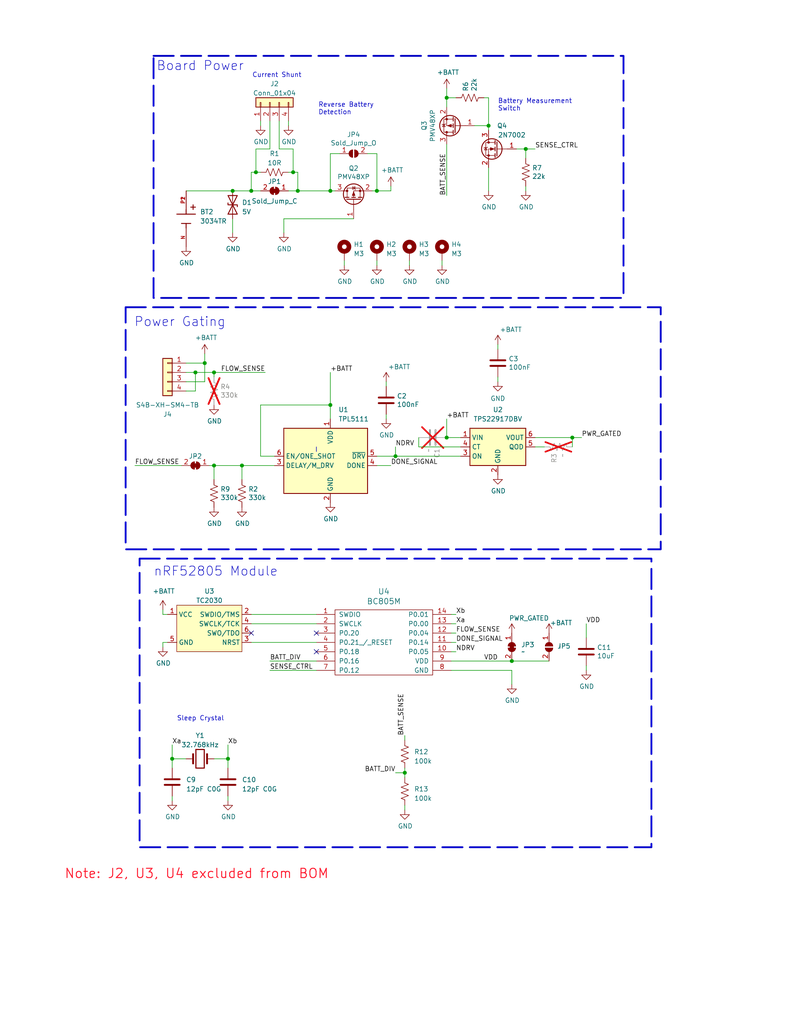
<source format=kicad_sch>
(kicad_sch (version 20231120) (generator "eeschema") (generator_version "8.0")
  (paper "USLetter" portrait)
  (title_block (title "FM-001A FloMon Sensor Module") (rev "A"))
  (lib_symbols
    (symbol "3034TR:3034TR" (pin_names (offset 1.016))
      (property "Reference" "BT" (at -3.81 3.81 0))
      (property "Value" "3034TR" (at -3.81 -5.08 0))
      (symbol "3034TR_0_0"
        (polyline (pts (xy -3.81 1.905) (xy -2.54 1.905)) (stroke (width 0.254)))
        (polyline (pts (xy -3.175 2.54) (xy -3.175 1.27)) (stroke (width 0.254)))
        (polyline (pts (xy -1.27 0) (xy -2.54 0)) (stroke (width 0.254)))
        (polyline (pts (xy -1.27 0) (xy -1.27 -2.54)) (stroke (width 0.254)))
        (polyline (pts (xy -1.27 2.54) (xy -1.27 0)) (stroke (width 0.254)))
        (polyline (pts (xy 1.27 0) (xy 1.27 -1.27)) (stroke (width 0.254)))
        (polyline (pts (xy 1.27 0) (xy 2.54 0)) (stroke (width 0.254)))
        (polyline (pts (xy 1.27 1.27) (xy 1.27 0)) (stroke (width 0.254)))
        (pin passive line (at 7.62 0 180) (length 5.08) (name "~") (number "N"))
        (pin passive line (at -7.62 0 0) (length 5.08) (name "~") (number "P1"))
        (pin passive line (at -7.62 0 0) (length 5.08) (name "~") (number "P2"))
      )
    )
    (symbol "BLE_Scale_V1-rescue:BC805M-Fanstel-modules" (pin_names (offset 1.016))
      (property "Reference" "U" (at -11.43 10.16 0))
      (property "Value" "Fanstel-modules_BC805M" (at 10.16 -10.16 0))
      (symbol "BC805M-Fanstel-modules_0_0"
        (pin bidirectional line (at -17.78 7.62 0) (length 5.08) (name "SWDIO") (number "1"))
        (pin bidirectional line (at -17.78 5.08 0) (length 5.08) (name "SWCLK") (number "2"))
      )
      (symbol "BC805M-Fanstel-modules_0_1"
        (rectangle (start -12.7 8.89) (end 13.97 -8.89))
      )
      (symbol "BC805M-Fanstel-modules_1_1"
        (pin bidirectional line (at 19.05 -2.54 180) (length 5.08) (name "P0.05") (number "10"))
        (pin bidirectional line (at 19.05 0 180) (length 5.08) (name "P0.14") (number "11"))
        (pin bidirectional line (at 19.05 2.54 180) (length 5.08) (name "P0.04") (number "12"))
        (pin bidirectional line (at 19.05 5.08 180) (length 5.08) (name "P0.00") (number "13"))
        (pin bidirectional line (at 19.05 7.62 180) (length 5.08) (name "P0.01") (number "14"))
        (pin bidirectional line (at -17.78 2.54 0) (length 5.08) (name "P0.20") (number "3"))
        (pin bidirectional line (at -17.78 0 0) (length 5.08) (name "P0.21_/_RESET") (number "4"))
        (pin bidirectional line (at -17.78 -2.54 0) (length 5.08) (name "P0.18") (number "5"))
        (pin bidirectional line (at -17.78 -5.08 0) (length 5.08) (name "P0.16") (number "6"))
        (pin bidirectional line (at -17.78 -7.62 0) (length 5.08) (name "P0.12") (number "7"))
        (pin bidirectional line (at 19.05 -7.62 180) (length 5.08) (name "GND") (number "8"))
        (pin bidirectional line (at 19.05 -5.08 180) (length 5.08) (name "VDD") (number "9"))
      )
    )
    (symbol "BLE_Scale_V1_Library:TC2030"
      (property "Reference" "U" (at -7.62 7.62 0))
      (property "Value" "TC2030" (at 0 -7.62 0))
      (symbol "TC2030_0_1"
        (rectangle (start -8.89 6.35) (end 8.89 -6.35) (fill (type background)))
      )
      (symbol "TC2030_1_1"
        (pin output line (at 11.43 3.81 180) (length 2.54) (name "VCC") (number "1"))
        (pin output line (at -11.43 3.81 0) (length 2.54) (name "SWDIO/TMS") (number "2"))
        (pin output line (at -11.43 -3.81 0) (length 2.54) (name "NRST") (number "3"))
        (pin output line (at -11.43 1.27 0) (length 2.54) (name "SWCLK/TCK") (number "4"))
        (pin output line (at 11.43 -3.81 180) (length 2.54) (name "GND") (number "5"))
        (pin output line (at -11.43 -1.27 0) (length 2.54) (name "SWO/TDO") (number "6"))
      )
    )
    (symbol "Connector_Generic:Conn_01x04" (pin_names (offset 1.016) hide)
      (property "Reference" "J" (at 0 5.08 0))
      (property "Value" "Conn_01x04" (at 0 -7.62 0))
      (symbol "Conn_01x04_1_1"
        (rectangle (start -1.27 -4.953) (end 0 -5.207) (stroke (width 0.1524)))
        (rectangle (start -1.27 -2.413) (end 0 -2.667) (stroke (width 0.1524)))
        (rectangle (start -1.27 0.127) (end 0 -0.127) (stroke (width 0.1524)))
        (rectangle (start -1.27 2.667) (end 0 2.413) (stroke (width 0.1524)))
        (rectangle (start -1.27 3.81) (end 1.27 -6.35) (stroke (width 0.254)) (fill (type background)))
        (pin passive line (at -5.08 2.54 0) (length 3.81) (name "Pin_1") (number "1"))
        (pin passive line (at -5.08 0 0) (length 3.81) (name "Pin_2") (number "2"))
        (pin passive line (at -5.08 -2.54 0) (length 3.81) (name "Pin_3") (number "3"))
        (pin passive line (at -5.08 -5.08 0) (length 3.81) (name "Pin_4") (number "4"))
      )
    )
    (symbol "Device:C" (pin_numbers hide) (pin_names (offset 0.254))
      (property "Reference" "C" (at 0.635 2.54 0))
      (property "Value" "C" (at 0.635 -2.54 0))
      (symbol "C_0_1"
        (polyline (pts (xy -2.032 -0.762) (xy 2.032 -0.762)) (stroke (width 0.508)))
        (polyline (pts (xy -2.032 0.762) (xy 2.032 0.762)) (stroke (width 0.508)))
      )
      (symbol "C_1_1"
        (pin passive line (at 0 3.81 270) (length 2.794) (name "~") (number "1"))
        (pin passive line (at 0 -3.81 90) (length 2.794) (name "~") (number "2"))
      )
    )
    (symbol "Device:Crystal" (pin_numbers hide) (pin_names (offset 1.016) hide)
      (property "Reference" "Y" (at 0 3.81 0))
      (property "Value" "Crystal" (at 0 -3.81 0))
      (symbol "Crystal_0_1"
        (rectangle (start -1.143 2.54) (end 1.143 -2.54) (stroke (width 0.3048)))
        (polyline (pts (xy -2.54 0) (xy -1.905 0)))
        (polyline (pts (xy -1.905 -1.27) (xy -1.905 1.27)) (stroke (width 0.508)))
        (polyline (pts (xy 1.905 -1.27) (xy 1.905 1.27)) (stroke (width 0.508)))
        (polyline (pts (xy 2.54 0) (xy 1.905 0)))
      )
      (symbol "Crystal_1_1"
        (pin passive line (at -3.81 0 0) (length 1.27) (name "1") (number "1"))
        (pin passive line (at 3.81 0 180) (length 1.27) (name "2") (number "2"))
      )
    )
    (symbol "Device:D_TVS" (pin_numbers hide) (pin_names (offset 1.016) hide)
      (property "Reference" "D" (at 0 2.54 0))
      (property "Value" "D_TVS" (at 0 -2.54 0))
      (symbol "D_TVS_0_1"
        (polyline (pts (xy 1.27 0) (xy -1.27 0)))
        (polyline (pts (xy 0.508 1.27) (xy 0 1.27) (xy 0 -1.27) (xy -0.508 -1.27)) (stroke (width 0.254)))
        (polyline (pts (xy -2.54 1.27) (xy -2.54 -1.27) (xy 2.54 1.27) (xy 2.54 -1.27) (xy -2.54 1.27)) (stroke (width 0.254)))
      )
      (symbol "D_TVS_1_1"
        (pin passive line (at -3.81 0 0) (length 2.54) (name "A1") (number "1"))
        (pin passive line (at 3.81 0 180) (length 2.54) (name "A2") (number "2"))
      )
    )
    (symbol "Device:Q_PMOS_GSD" (pin_names (offset 0) hide)
      (property "Reference" "Q" (at 5.08 1.27 0))
      (property "Value" "Q_PMOS_GSD" (at 5.08 -1.27 0))
      (symbol "Q_PMOS_GSD_0_1"
        (polyline (pts (xy 0.254 0) (xy -2.54 0)))
        (polyline (pts (xy 0.254 1.905) (xy 0.254 -1.905)) (stroke (width 0.254)))
        (polyline (pts (xy 0.762 -1.27) (xy 0.762 -2.286)) (stroke (width 0.254)))
        (polyline (pts (xy 0.762 0.508) (xy 0.762 -0.508)) (stroke (width 0.254)))
        (polyline (pts (xy 0.762 2.286) (xy 0.762 1.27)) (stroke (width 0.254)))
        (polyline (pts (xy 2.54 2.54) (xy 2.54 1.778)))
        (polyline (pts (xy 2.54 -2.54) (xy 2.54 0) (xy 0.762 0)))
        (polyline (pts (xy 0.762 1.778) (xy 3.302 1.778) (xy 3.302 -1.778) (xy 0.762 -1.778)))
        (polyline (pts (xy 2.286 0) (xy 1.27 0.381) (xy 1.27 -0.381) (xy 2.286 0)) (fill (type outline)))
        (polyline (pts (xy 2.794 -0.508) (xy 2.921 -0.381) (xy 3.683 -0.381) (xy 3.81 -0.254)))
        (polyline (pts (xy 3.302 -0.381) (xy 2.921 0.254) (xy 3.683 0.254) (xy 3.302 -0.381)))
        (circle (center 1.651 0) (radius 2.794) (stroke (width 0.254)))
        (circle (center 2.54 -1.778) (radius 0.254) (fill (type outline)))
        (circle (center 2.54 1.778) (radius 0.254) (fill (type outline)))
      )
      (symbol "Q_PMOS_GSD_1_1"
        (pin input line (at -5.08 0 0) (length 2.54) (name "G") (number "1"))
        (pin passive line (at 2.54 -5.08 90) (length 2.54) (name "S") (number "2"))
        (pin passive line (at 2.54 5.08 270) (length 2.54) (name "D") (number "3"))
      )
    )
    (symbol "Device:R_US" (pin_numbers hide) (pin_names (offset 0))
      (property "Reference" "R" (at 2.54 0 90))
      (property "Value" "R_US" (at -2.54 0 90))
      (symbol "R_US_0_1"
        (polyline (pts (xy 0 -2.286) (xy 0 -2.54)))
        (polyline (pts (xy 0 2.286) (xy 0 2.54)))
        (polyline (pts (xy 0 -0.762) (xy 1.016 -1.143) (xy 0 -1.524) (xy -1.016 -1.905) (xy 0 -2.286)))
        (polyline (pts (xy 0 0.762) (xy 1.016 0.381) (xy 0 0) (xy -1.016 -0.381) (xy 0 -0.762)))
        (polyline (pts (xy 0 2.286) (xy 1.016 1.905) (xy 0 1.524) (xy -1.016 1.143) (xy 0 0.762)))
      )
      (symbol "R_US_1_1"
        (pin passive line (at 0 3.81 270) (length 1.27) (name "~") (number "1"))
        (pin passive line (at 0 -3.81 90) (length 1.27) (name "~") (number "2"))
      )
    )
    (symbol "Jumper:SolderJumper_2_Bridged" (pin_names (offset 0) hide)
      (property "Reference" "JP" (at 0 2.032 0))
      (property "Value" "SolderJumper_2_Bridged" (at 0 -2.54 0))
      (symbol "SolderJumper_2_Bridged_0_1"
        (rectangle (start -0.508 0.508) (end 0.508 -0.508) (fill (type outline)))
        (arc (start -0.254 1.016) (mid -1.2656 0) (end -0.254 -1.016))
        (arc (start -0.254 1.016) (mid -1.2656 0) (end -0.254 -1.016) (fill (type outline)))
        (polyline (pts (xy -0.254 1.016) (xy -0.254 -1.016)))
        (polyline (pts (xy 0.254 1.016) (xy 0.254 -1.016)))
        (arc (start 0.254 -1.016) (mid 1.2656 0) (end 0.254 1.016))
        (arc (start 0.254 -1.016) (mid 1.2656 0) (end 0.254 1.016) (fill (type outline)))
      )
      (symbol "SolderJumper_2_Bridged_1_1"
        (pin passive line (at -3.81 0 0) (length 2.54) (name "A") (number "1"))
        (pin passive line (at 3.81 0 180) (length 2.54) (name "B") (number "2"))
      )
    )
    (symbol "Jumper:SolderJumper_2_Open" (pin_names (offset 0) hide)
      (property "Reference" "JP" (at 0 2.032 0))
      (property "Value" "SolderJumper_2_Open" (at 0 -2.54 0))
      (symbol "SolderJumper_2_Open_0_1"
        (arc (start -0.254 1.016) (mid -1.2656 0) (end -0.254 -1.016))
        (arc (start -0.254 1.016) (mid -1.2656 0) (end -0.254 -1.016) (fill (type outline)))
        (polyline (pts (xy -0.254 1.016) (xy -0.254 -1.016)))
        (polyline (pts (xy 0.254 1.016) (xy 0.254 -1.016)))
        (arc (start 0.254 -1.016) (mid 1.2656 0) (end 0.254 1.016))
        (arc (start 0.254 -1.016) (mid 1.2656 0) (end 0.254 1.016) (fill (type outline)))
      )
      (symbol "SolderJumper_2_Open_1_1"
        (pin passive line (at -3.81 0 0) (length 2.54) (name "A") (number "1"))
        (pin passive line (at 3.81 0 180) (length 2.54) (name "B") (number "2"))
      )
    )
    (symbol "Mechanical:MountingHole_Pad" (pin_numbers hide) (pin_names (offset 1.016) hide)
      (property "Reference" "H" (at 0 6.35 0))
      (property "Value" "MountingHole_Pad" (at 0 4.445 0))
      (symbol "MountingHole_Pad_0_1"
        (circle (center 0 1.27) (radius 1.27) (stroke (width 1.27)))
      )
      (symbol "MountingHole_Pad_1_1"
        (pin input line (at 0 -2.54 90) (length 2.54) (name "1") (number "1"))
      )
    )
    (symbol "Power_Management:TPS22917DBV"
      (property "Reference" "U" (at -6.35 6.35 0))
      (property "Value" "TPS22917DBV" (at 2.54 6.35 0))
      (symbol "TPS22917DBV_0_1"
        (rectangle (start -7.62 5.08) (end 7.62 -5.08) (stroke (width 0.254)) (fill (type background)))
      )
      (symbol "TPS22917DBV_1_1"
        (pin power_in line (at -10.16 2.54 0) (length 2.54) (name "VIN") (number "1"))
        (pin power_in line (at 0 -7.62 90) (length 2.54) (name "GND") (number "2"))
        (pin input line (at -10.16 -2.54 0) (length 2.54) (name "ON") (number "3"))
        (pin output line (at -10.16 0 0) (length 2.54) (name "CT") (number "4"))
        (pin open_collector line (at 10.16 0 180) (length 2.54) (name "QOD") (number "5"))
        (pin power_out line (at 10.16 2.54 180) (length 2.54) (name "VOUT") (number "6"))
      )
    )
    (symbol "Timer:TPL5111"
      (property "Reference" "U" (at -11.43 11.43 0))
      (property "Value" "TPL5111" (at 6.35 11.43 0))
      (symbol "TPL5111_0_1"
        (rectangle (start -12.7 10.16) (end 10.16 -7.62) (stroke (width 0.254)) (fill (type background)))
      )
      (symbol "TPL5111_1_1"
        (pin power_in line (at 0 12.7 270) (length 2.54) (name "VDD") (number "1"))
        (pin power_in line (at 0 -10.16 90) (length 2.54) (name "GND") (number "2"))
        (pin input line (at -15.24 0 0) (length 2.54) (name "DELAY/M_DRV") (number "3"))
        (pin input line (at 12.7 0 180) (length 2.54) (name "DONE") (number "4"))
        (pin output line (at 12.7 2.54 180) (length 2.54) (name "~{DRV}") (number "5"))
        (pin input line (at -15.24 2.54 0) (length 2.54) (name "EN/ONE_SHOT") (number "6"))
      )
    )
    (symbol "Transistor_FET:2N7002" (pin_names hide)
      (property "Reference" "Q" (at 5.08 1.905 0))
      (property "Value" "2N7002" (at 5.08 0 0))
      (symbol "2N7002_0_1"
        (polyline (pts (xy 0.254 0) (xy -2.54 0)))
        (polyline (pts (xy 0.254 1.905) (xy 0.254 -1.905)) (stroke (width 0.254)))
        (polyline (pts (xy 0.762 -1.27) (xy 0.762 -2.286)) (stroke (width 0.254)))
        (polyline (pts (xy 0.762 0.508) (xy 0.762 -0.508)) (stroke (width 0.254)))
        (polyline (pts (xy 0.762 2.286) (xy 0.762 1.27)) (stroke (width 0.254)))
        (polyline (pts (xy 2.54 2.54) (xy 2.54 1.778)))
        (polyline (pts (xy 2.54 -2.54) (xy 2.54 0) (xy 0.762 0)))
        (polyline (pts (xy 0.762 -1.778) (xy 3.302 -1.778) (xy 3.302 1.778) (xy 0.762 1.778)))
        (polyline (pts (xy 1.016 0) (xy 2.032 0.381) (xy 2.032 -0.381) (xy 1.016 0)) (fill (type outline)))
        (polyline (pts (xy 2.794 0.508) (xy 2.921 0.381) (xy 3.683 0.381) (xy 3.81 0.254)))
        (polyline (pts (xy 3.302 0.381) (xy 2.921 -0.254) (xy 3.683 -0.254) (xy 3.302 0.381)))
        (circle (center 1.651 0) (radius 2.794) (stroke (width 0.254)))
        (circle (center 2.54 -1.778) (radius 0.254) (fill (type outline)))
        (circle (center 2.54 1.778) (radius 0.254) (fill (type outline)))
      )
      (symbol "2N7002_1_1"
        (pin input line (at -5.08 0 0) (length 2.54) (name "G") (number "1"))
        (pin passive line (at 2.54 -5.08 90) (length 2.54) (name "S") (number "2"))
        (pin passive line (at 2.54 5.08 270) (length 2.54) (name "D") (number "3"))
      )
    )
    (symbol "power:+3V3" (power) (pin_names (offset 0))
      (property "Value" "+3V3" (at 0 3.556 0))
      (symbol "+3V3_0_1"
        (polyline (pts (xy -0.762 1.27) (xy 0 2.54)))
        (polyline (pts (xy 0 0) (xy 0 2.54)))
        (polyline (pts (xy 0 2.54) (xy 0.762 1.27)))
      )
      (symbol "+3V3_1_1"
        (pin power_in line (at 0 0 90) (length 0) hide (name "+3V3") (number "1"))
      )
    )
    (symbol "power:+BATT" (power) (pin_names (offset 0))
      (property "Value" "+BATT" (at 0 3.556 0))
      (symbol "+BATT_0_1"
        (polyline (pts (xy -0.762 1.27) (xy 0 2.54)))
        (polyline (pts (xy 0 0) (xy 0 2.54)))
        (polyline (pts (xy 0 2.54) (xy 0.762 1.27)))
      )
      (symbol "+BATT_1_1"
        (pin power_in line (at 0 0 90) (length 0) hide (name "+BATT") (number "1"))
      )
    )
    (symbol "power:GND" (power) (pin_names (offset 0))
      (property "Value" "GND" (at 0 -3.81 0))
      (symbol "GND_0_1"
        (polyline (pts (xy 0 0) (xy 0 -1.27) (xy 1.27 -1.27) (xy 0 -2.54) (xy -1.27 -1.27) (xy 0 -1.27)))
      )
      (symbol "GND_1_1"
        (pin power_in line (at 0 0 270) (length 0) hide (name "GND") (number "1"))
      )
    )
  )
  (junction (at 58.42 127))
  (junction (at 69.85 46.99))
  (junction (at 133.35 34.29))
  (junction (at 66.04 127))
  (junction (at 107.95 124.46))
  (junction (at 90.17 110.49))
  (junction (at 81.28 52.07))
  (junction (at 156.21 119.38))
  (junction (at 90.17 52.07))
  (junction (at 102.87 52.07))
  (junction (at 58.42 101.6))
  (junction (at 139.7 180.34))
  (junction (at 63.5 52.07))
  (junction (at 121.92 119.38))
  (junction (at 53.34 101.6))
  (junction (at 143.51 40.64))
  (junction (at 62.23 207.01))
  (junction (at 110.49 210.82))
  (junction (at 68.58 52.07))
  (junction (at 55.88 99.06))
  (junction (at 46.99 207.01))
  (junction (at 121.92 26.67))
  (junction (at 80.01 46.99))
  (no_connect (at 86.36 172.72))
  (no_connect (at 86.36 177.8))
  (no_connect (at 68.58 172.72))
  (wire (pts (xy 135.89 95.25) (xy 135.89 93.98)))
  (wire (pts (xy 44.45 176.53) (xy 44.45 175.26)))
  (wire (pts (xy 135.89 104.14) (xy 135.89 102.87)))
  (wire (pts (xy 106.68 52.07) (xy 102.87 52.07)))
  (wire (pts (xy 110.49 210.82) (xy 110.49 212.09)))
  (wire (pts (xy 106.68 50.8) (xy 106.68 52.07)))
  (wire (pts (xy 114.3 121.92) (xy 125.73 121.92)))
  (wire (pts (xy 102.87 41.91) (xy 100.33 41.91)))
  (wire (pts (xy 129.54 34.29) (xy 133.35 34.29)))
  (wire (pts (xy 62.23 207.01) (xy 62.23 209.55)))
  (wire (pts (xy 58.42 127) (xy 66.04 127)))
  (wire (pts (xy 146.05 119.38) (xy 156.21 119.38)))
  (wire (pts (xy 68.58 52.07) (xy 71.12 52.07)))
  (wire (pts (xy 90.17 110.49) (xy 90.17 114.3)))
  (wire (pts (xy 121.92 26.67) (xy 121.92 29.21)))
  (wire (pts (xy 73.66 33.02) (xy 73.66 40.64)))
  (wire (pts (xy 90.17 41.91) (xy 90.17 52.07)))
  (wire (pts (xy 124.46 172.72) (xy 123.19 172.72)))
  (wire (pts (xy 107.95 124.46) (xy 125.73 124.46)))
  (wire (pts (xy 90.17 52.07) (xy 91.44 52.07)))
  (wire (pts (xy 74.93 124.46) (xy 71.12 124.46)))
  (wire (pts (xy 120.65 71.12) (xy 120.65 72.39)))
  (wire (pts (xy 50.8 104.14) (xy 55.88 104.14)))
  (wire (pts (xy 156.21 121.92) (xy 156.21 119.38)))
  (wire (pts (xy 90.17 101.6) (xy 90.17 110.49)))
  (wire (pts (xy 50.8 52.07) (xy 63.5 52.07)))
  (wire (pts (xy 36.83 127) (xy 49.53 127)))
  (wire (pts (xy 133.35 34.29) (xy 133.35 26.67)))
  (wire (pts (xy 133.35 26.67) (xy 132.08 26.67)))
  (wire (pts (xy 133.35 45.72) (xy 133.35 52.07)))
  (wire (pts (xy 78.74 33.02) (xy 78.74 34.29)))
  (wire (pts (xy 71.12 110.49) (xy 90.17 110.49)))
  (wire (pts (xy 139.7 180.34) (xy 123.19 180.34)))
  (wire (pts (xy 110.49 219.71) (xy 110.49 220.98)))
  (wire (pts (xy 55.88 99.06) (xy 55.88 96.52)))
  (wire (pts (xy 143.51 40.64) (xy 146.05 40.64)))
  (wire (pts (xy 68.58 46.99) (xy 68.58 52.07)))
  (wire (pts (xy 105.41 114.3) (xy 105.41 113.03)))
  (wire (pts (xy 77.47 59.69) (xy 96.52 59.69)))
  (wire (pts (xy 121.92 26.67) (xy 121.92 24.13)))
  (wire (pts (xy 58.42 127) (xy 58.42 130.81)))
  (wire (pts (xy 53.34 101.6) (xy 58.42 101.6)))
  (wire (pts (xy 81.28 52.07) (xy 90.17 52.07)))
  (wire (pts (xy 46.99 217.17) (xy 46.99 218.44)))
  (wire (pts (xy 78.74 52.07) (xy 81.28 52.07)))
  (wire (pts (xy 55.88 99.06) (xy 55.88 104.14)))
  (wire (pts (xy 140.97 40.64) (xy 143.51 40.64)))
  (wire (pts (xy 78.74 46.99) (xy 80.01 46.99)))
  (wire (pts (xy 133.35 34.29) (xy 133.35 35.56)))
  (wire (pts (xy 121.92 39.37) (xy 121.92 53.34)))
  (wire (pts (xy 46.99 203.2) (xy 46.99 207.01)))
  (wire (pts (xy 80.01 46.99) (xy 81.28 46.99)))
  (wire (pts (xy 76.2 33.02) (xy 76.2 40.64)))
  (wire (pts (xy 58.42 207.01) (xy 62.23 207.01)))
  (wire (pts (xy 44.45 166.37) (xy 44.45 167.64)))
  (wire (pts (xy 73.66 180.34) (xy 86.36 180.34)))
  (wire (pts (xy 102.87 127) (xy 106.68 127)))
  (wire (pts (xy 124.46 177.8) (xy 123.19 177.8)))
  (wire (pts (xy 63.5 52.07) (xy 68.58 52.07)))
  (wire (pts (xy 44.45 167.64) (xy 45.72 167.64)))
  (wire (pts (xy 111.76 71.12) (xy 111.76 72.39)))
  (wire (pts (xy 107.95 210.82) (xy 110.49 210.82)))
  (wire (pts (xy 68.58 170.18) (xy 86.36 170.18)))
  (wire (pts (xy 124.46 175.26) (xy 123.19 175.26)))
  (wire (pts (xy 71.12 124.46) (xy 71.12 110.49)))
  (wire (pts (xy 102.87 71.12) (xy 102.87 72.39)))
  (wire (pts (xy 114.3 119.38) (xy 114.3 121.92)))
  (wire (pts (xy 44.45 175.26) (xy 45.72 175.26)))
  (wire (pts (xy 139.7 180.34) (xy 149.86 180.34)))
  (wire (pts (xy 50.8 101.6) (xy 53.34 101.6)))
  (wire (pts (xy 124.46 167.64) (xy 123.19 167.64)))
  (wire (pts (xy 143.51 50.8) (xy 143.51 52.07)))
  (wire (pts (xy 58.42 101.6) (xy 58.42 102.87)))
  (wire (pts (xy 139.7 182.88) (xy 139.7 186.69)))
  (wire (pts (xy 71.12 33.02) (xy 71.12 34.29)))
  (wire (pts (xy 50.8 207.01) (xy 46.99 207.01)))
  (wire (pts (xy 50.8 106.68) (xy 53.34 106.68)))
  (wire (pts (xy 160.02 182.88) (xy 160.02 181.61)))
  (wire (pts (xy 76.2 40.64) (xy 80.01 40.64)))
  (wire (pts (xy 107.95 121.92) (xy 107.95 124.46)))
  (wire (pts (xy 68.58 175.26) (xy 86.36 175.26)))
  (wire (pts (xy 53.34 106.68) (xy 53.34 101.6)))
  (wire (pts (xy 143.51 40.64) (xy 143.51 43.18)))
  (wire (pts (xy 81.28 46.99) (xy 81.28 52.07)))
  (wire (pts (xy 110.49 200.66) (xy 110.49 201.93)))
  (wire (pts (xy 160.02 170.18) (xy 160.02 173.99)))
  (wire (pts (xy 93.98 71.12) (xy 93.98 72.39)))
  (wire (pts (xy 123.19 182.88) (xy 139.7 182.88)))
  (wire (pts (xy 156.21 119.38) (xy 158.75 119.38)))
  (wire (pts (xy 63.5 59.69) (xy 63.5 63.5)))
  (wire (pts (xy 46.99 207.01) (xy 46.99 209.55)))
  (wire (pts (xy 124.46 170.18) (xy 123.19 170.18)))
  (wire (pts (xy 69.85 40.64) (xy 69.85 46.99)))
  (wire (pts (xy 102.87 124.46) (xy 107.95 124.46)))
  (wire (pts (xy 101.6 52.07) (xy 102.87 52.07)))
  (wire (pts (xy 66.04 127) (xy 66.04 130.81)))
  (wire (pts (xy 50.8 99.06) (xy 55.88 99.06)))
  (wire (pts (xy 102.87 52.07) (xy 102.87 41.91)))
  (wire (pts (xy 124.46 26.67) (xy 121.92 26.67)))
  (wire (pts (xy 62.23 203.2) (xy 62.23 207.01)))
  (wire (pts (xy 69.85 46.99) (xy 71.12 46.99)))
  (wire (pts (xy 73.66 182.88) (xy 86.36 182.88)))
  (wire (pts (xy 73.66 40.64) (xy 69.85 40.64)))
  (wire (pts (xy 57.15 127) (xy 58.42 127)))
  (wire (pts (xy 62.23 217.17) (xy 62.23 218.44)))
  (wire (pts (xy 68.58 46.99) (xy 69.85 46.99)))
  (wire (pts (xy 121.92 119.38) (xy 125.73 119.38)))
  (wire (pts (xy 146.05 121.92) (xy 148.59 121.92)))
  (wire (pts (xy 121.92 114.3) (xy 121.92 119.38)))
  (wire (pts (xy 80.01 40.64) (xy 80.01 46.99)))
  (wire (pts (xy 58.42 101.6) (xy 72.39 101.6)))
  (wire (pts (xy 110.49 209.55) (xy 110.49 210.82)))
  (wire (pts (xy 66.04 127) (xy 74.93 127)))
  (wire (pts (xy 68.58 167.64) (xy 86.36 167.64)))
  (wire (pts (xy 90.17 41.91) (xy 92.71 41.91)))
  (wire (pts (xy 77.47 63.5) (xy 77.47 59.69)))
  (wire (pts (xy 105.41 105.41) (xy 105.41 104.14)))
  (rectangle (start 41.91 15.24) (end 170.18 81.28) (stroke (width 0.5) (type dash)))
  (rectangle (start 38.1 152.4) (end 177.8 231.14) (stroke (width 0.5) (type dash)))
  (rectangle (start 86.36 121.92) (end 86.36 123.19))
  (rectangle (start 34.29 83.82) (end 180.34 149.86) (stroke (width 0.5) (type dash)))
  (text "Power Gating" (at 36.576 89.408 0) (effects (font (size 2.5 2.5)) (justify left bottom)))
  (text "Battery Measurement\nSwitch" (at 135.89 30.48 0) (effects (font (size 1.27 1.27)) (justify left bottom)))
  (text "Sleep Crystal" (at 48.26 196.85 0) (effects (font (size 1.27 1.27)) (justify left bottom)))
  (text "Note: J2, U3, U4 excluded from BOM" (at 17.526 238.506 0) (effects (font (size 2.54 2.54) (thickness 0.254) (bold yes)) (justify left)))
  (text "Current Shunt" (at 68.834 21.336 0) (effects (font (size 1.27 1.27)) (justify left bottom)))
  (text "Board Power" (at 42.672 19.558 0) (effects (font (size 2.5 2.5)) (justify left bottom)))
  (text "Reverse Battery\nDetection" (at 86.868 31.496 0) (effects (font (size 1.27 1.27)) (justify left bottom)))
  (text "nRF52805 Module" (at 41.91 157.48 0) (effects (font (size 2.5 2.5)) (justify left bottom)))
  (label "Xa" (at 46.99 203.2 0))
  (label "BATT_SENSE" (at 121.92 53.34 90))
  (label "BATT_DIV" (at 107.95 210.82 180))
  (label "SENSE_CTRL" (at 73.66 182.88 0))
  (label "Xb" (at 124.46 167.64 0))
  (label "PWR_GATED" (at 158.75 119.38 0))
  (label "BATT_SENSE" (at 110.49 200.66 90))
  (label "VDD" (at 160.02 170.18 0))
  (label "VDD" (at 132.08 180.34 0))
  (label "SENSE_CTRL" (at 146.05 40.64 0))
  (label "NDRV" (at 124.46 177.8 0))
  (label "FLOW_SENSE" (at 36.83 127 0))
  (label "Xb" (at 62.23 203.2 0))
  (label "NDRV" (at 107.95 121.92 0))
  (label "FLOW_SENSE" (at 124.46 172.72 0))
  (label "FLOW_SENSE" (at 72.39 101.6 180))
  (label "DONE_SIGNAL" (at 106.68 127 0))
  (label "+BATT" (at 121.92 114.3 0))
  (label "+BATT" (at 90.17 101.6 0))
  (label "Xa" (at 124.46 170.18 0))
  (label "BATT_DIV" (at 73.66 180.34 0))
  (label "DONE_SIGNAL" (at 124.46 175.26 0))
  (symbol (lib_id "power:GND") (at 50.8 67.31 0) (unit 1)
    (property "Reference" "#PWR018" (effects (hide yes)))
    (property "Value" "GND" (at 50.927 71.7042 0))
  )
  (symbol (lib_id "power:+3V3") (at 139.7 172.72 0) (unit 1)
    (property "Reference" "#PWR039" (effects (hide yes)))
    (property "Value" "PWR_GATED" (at 138.938 168.656 0) (effects (justify left)))
  )
  (symbol (lib_id "Power_Management:TPS22917DBV") (at 135.89 121.92 0) (unit 1)
    (property "Reference" "U2" (at 135.89 111.76 0))
    (property "Value" "TPS22917DBV" (at 135.89 114.3 0))
    (property "Footprint" "Package_TO_SOT_SMD:SOT-23-6" (effects (hide yes)))
    (property "Datasheet" "http://www.ti.com/lit/ds/symlink/tps22917.pdf" (effects (hide yes)))
    (property "Description" "1V to 5.5V, 2A, 80mΩ Ultra-Low Leakage Load Switch, SOT23-6" (effects (hide yes)))
    (property "JLC" "C2681320" (effects (hide yes)))
  )
  (symbol (lib_id "BLE_Scale_V1-rescue:BC805M-Fanstel-modules") (at 104.14 175.26 0) (unit 1) (in_bom no)
    (property "Reference" "U4" (at 104.775 161.3662 0) (effects (font (size 1.524 1.524))))
    (property "Value" "BC805M" (at 104.775 164.0586 0) (effects (font (size 1.524 1.524))))
    (property "Footprint" "FloMon:BC805M_No_Paste" (effects (hide yes)))
    (property "Datasheet" "https://www.mouser.ca/datasheet/2/915/Fanstel_01282921_BC805M-1991530.pdf" (effects (hide yes)))
  )
  (symbol (lib_id "Device:Q_PMOS_GSD") (at 96.52 54.61 90) (unit 1)
    (property "Reference" "Q2" (at 96.52 45.9232 90))
    (property "Value" "PMV48XP" (at 96.52 48.2346 90))
    (property "Footprint" "Package_TO_SOT_SMD:SOT-23" (effects (hide yes)))
    (property "Datasheet" "https://wmsc.lcsc.com/wmsc/upload/file/pdf/v2/lcsc/2201211530_TECH-PUBLIC-PMV48XP_C2959854.pdf" (effects (hide yes)))
    (property "MPN" "PMV48XP" (effects (hide yes)))
    (property "JLC" "C2959854" (effects (hide yes)))
  )
  (symbol (lib_id "Device:R_US") (at 110.49 215.9 0) (unit 1)
    (property "Reference" "R13" (at 113.03 215.265 0) (effects (justify left)))
    (property "Value" "100k" (at 113.03 217.805 0) (effects (justify left)))
    (property "Footprint" "Resistor_SMD:R_0603_1608Metric" (effects (hide yes)))
    (property "JLC" "C25803" (effects (hide yes)))
    (property "MPN" "0603WAF1003T5E" (effects (hide yes)))
  )
  (symbol (lib_id "power:GND") (at 44.45 176.53 0) (unit 1)
    (property "Reference" "#PWR034" (effects (hide yes)))
    (property "Value" "GND" (at 44.577 180.9242 0))
  )
  (symbol (lib_id "Device:C") (at 105.41 109.22 0) (unit 1)
    (property "Reference" "C2" (at 108.331 108.0516 0) (effects (justify left)))
    (property "Value" "100nF" (at 108.331 110.363 0) (effects (justify left)))
    (property "Footprint" "Capacitor_SMD:C_0603_1608Metric" (effects (hide yes)))
    (property "JLC" "C14663" (effects (hide yes)))
    (property "MPN" "CC0603KRX7R9BB104" (effects (hide yes)))
  )
  (symbol (lib_id "Mechanical:MountingHole_Pad") (at 120.65 68.58 0) (unit 1) (in_bom no)
    (property "Reference" "H4" (at 123.19 66.675 0) (effects (justify left)))
    (property "Value" "M3" (at 123.19 69.215 0) (effects (justify left)))
    (property "Footprint" "MountingHole:MountingHole_2.2mm_M2_Pad" (effects (hide yes)))
  )
  (symbol (lib_id "power:+3V3") (at 149.86 172.72 0) (unit 1)
    (property "Reference" "#PWR023" (effects (hide yes)))
    (property "Value" "+BATT" (at 150.114 169.926 0) (effects (justify left)))
  )
  (symbol (lib_id "power:GND") (at 120.65 72.39 0) (unit 1)
    (property "Reference" "#PWR021" (effects (hide yes)))
    (property "Value" "GND" (at 120.777 76.7842 0))
  )
  (symbol (lib_id "Device:C") (at 135.89 99.06 0) (unit 1)
    (property "Reference" "C3" (at 138.811 97.8916 0) (effects (justify left)))
    (property "Value" "100nF" (at 138.811 100.203 0) (effects (justify left)))
    (property "Footprint" "Capacitor_SMD:C_0603_1608Metric" (effects (hide yes)))
    (property "JLC" "C14663" (effects (hide yes)))
    (property "MPN" "CC0603KRX7R9BB104" (effects (hide yes)))
  )
  (symbol (lib_id "power:GND") (at 46.99 218.44 0) (unit 1)
    (property "Reference" "#PWR031" (effects (hide yes)))
    (property "Value" "GND" (at 47.117 222.8342 0))
  )
  (symbol (lib_id "Device:C") (at 160.02 177.8 0) (unit 1)
    (property "Reference" "C11" (at 162.941 176.6316 0) (effects (justify left)))
    (property "Value" "10uF" (at 162.941 178.943 0) (effects (justify left)))
    (property "Footprint" "Capacitor_SMD:C_0805_2012Metric" (effects (hide yes)))
    (property "JLC" "C15850" (effects (hide yes)))
    (property "MPN" "CL21A106KAYNNNE" (effects (hide yes)))
  )
  (symbol (lib_id "Device:D_TVS") (at 63.5 55.88 90) (unit 1)
    (property "Reference" "D1" (at 66.04 55.245 90) (effects (justify right)))
    (property "Value" "5V" (at 66.04 57.785 90) (effects (justify right)))
    (property "Footprint" "Diode_SMD:D_SOD-323" (effects (hide yes)))
    (property "JLC" "C552583" (effects (hide yes)))
    (property "MPN" "PESD5V0V1BA,115" (effects (hide yes)))
  )
  (symbol (lib_id "Device:R_US") (at 66.04 134.62 0) (unit 1)
    (property "Reference" "R2" (at 67.7672 133.4516 0) (effects (justify left)))
    (property "Value" "330k" (at 67.7672 135.763 0) (effects (justify left)))
    (property "Footprint" "Resistor_SMD:R_0603_1608Metric" (effects (hide yes)))
    (property "JLC" "C100970" (effects (hide yes)))
    (property "MPN" "CR0603FA3303G" (effects (hide yes)))
  )
  (symbol (lib_id "power:GND") (at 62.23 218.44 0) (unit 1)
    (property "Reference" "#PWR035" (effects (hide yes)))
    (property "Value" "GND" (at 62.357 222.8342 0))
  )
  (symbol (lib_id "power:GND") (at 111.76 72.39 0) (unit 1)
    (property "Reference" "#PWR019" (effects (hide yes)))
    (property "Value" "GND" (at 111.887 76.7842 0))
  )
  (symbol (lib_id "power:GND") (at 160.02 182.88 0) (unit 1)
    (property "Reference" "#PWR042" (effects (hide yes)))
    (property "Value" "GND" (at 160.147 187.2742 0))
  )
  (symbol (lib_id "Connector_Generic:Conn_01x04") (at 73.66 27.94 90) (unit 1) (in_bom no)
    (property "Reference" "J2" (at 74.93 22.86 90))
    (property "Value" "Conn_01x04" (at 74.93 25.4 90))
    (property "Footprint" "FloMon:Test_Wire_Pad_x4" (effects (hide yes)))
  )
  (symbol (lib_id "power:+BATT") (at 121.92 24.13 0) (unit 1)
    (property "Reference" "#PWR017" (effects (hide yes)))
    (property "Value" "+BATT" (at 122.301 19.7358 0))
  )
  (symbol (lib_id "power:GND") (at 105.41 114.3 0) (unit 1)
    (property "Reference" "#PWR011" (effects (hide yes)))
    (property "Value" "GND" (at 105.537 118.6942 0))
  )
  (symbol (lib_id "power:+3V3") (at 44.45 166.37 0) (unit 1)
    (property "Reference" "#PWR033" (effects (hide yes)))
    (property "Value" "+BATT" (at 41.656 161.29 0) (effects (justify left)))
  )
  (symbol (lib_id "power:GND") (at 63.5 63.5 0) (unit 1)
    (property "Reference" "#PWR05" (effects (hide yes)))
    (property "Value" "GND" (at 63.627 67.8942 0))
  )
  (symbol (lib_id "Device:R_US") (at 128.27 26.67 90) (unit 1)
    (property "Reference" "R6" (at 127.1016 24.9428 0) (effects (justify left)))
    (property "Value" "22k" (at 129.413 24.9428 0) (effects (justify left)))
    (property "Footprint" "Resistor_SMD:R_0603_1608Metric" (effects (hide yes)))
    (property "JLC" "C31850" (effects (hide yes)))
    (property "MPN" "0603WAF2202T5E" (effects (hide yes)))
  )
  (symbol (lib_id "power:GND") (at 139.7 186.69 0) (unit 1)
    (property "Reference" "#PWR040" (effects (hide yes)))
    (property "Value" "GND" (at 139.827 191.0842 0))
  )
  (symbol (lib_id "power:GND") (at 58.42 138.43 0) (unit 1)
    (property "Reference" "#PWR013" (effects (hide yes)))
    (property "Value" "GND" (at 58.547 142.8242 0))
  )
  (symbol (lib_id "Device:R_US") (at 74.93 46.99 90) (unit 1)
    (property "Reference" "R1" (at 74.93 41.91 90))
    (property "Value" "10R" (at 74.93 44.45 90))
    (property "Footprint" "Resistor_SMD:R_0603_1608Metric" (effects (hide yes)))
    (property "JLC" "C22859" (effects (hide yes)))
    (property "MPN" "0603WAF100JT5E" (effects (hide yes)))
  )
  (symbol (lib_id "Device:C") (at 118.11 119.38 270) (unit 1) (dnp yes)
    (property "Reference" "C1" (at 119.2784 122.301 0) (effects (justify left)))
    (property "Value" "~" (at 116.967 122.301 0) (effects (justify left)))
    (property "Footprint" "Capacitor_SMD:C_0603_1608Metric" (effects (hide yes)))
  )
  (symbol (lib_id "Transistor_FET:2N7002") (at 135.89 40.64 0) (mirror y) (unit 1)
    (property "Reference" "Q4" (at 138.43 34.29 0) (effects (justify left)))
    (property "Value" "2N7002" (at 143.51 36.83 0) (effects (justify left)))
    (property "Footprint" "Package_TO_SOT_SMD:SOT-23" (effects (hide yes)))
    (property "Datasheet" "https://www.onsemi.com/pub/Collateral/NDS7002A-D.PDF" (effects (hide yes)))
    (property "JLC" "C916396" (effects (hide yes)))
  )
  (symbol (lib_id "power:GND") (at 78.74 34.29 0) (unit 1)
    (property "Reference" "#PWR07" (effects (hide yes)))
    (property "Value" "GND" (at 78.867 38.6842 0))
  )
  (symbol (lib_id "Mechanical:MountingHole_Pad") (at 93.98 68.58 0) (unit 1) (in_bom no)
    (property "Reference" "H1" (at 96.52 66.675 0) (effects (justify left)))
    (property "Value" "M3" (at 96.52 69.215 0) (effects (justify left)))
    (property "Footprint" "MountingHole:MountingHole_2.2mm_M2_Pad" (effects (hide yes)))
  )
  (symbol (lib_id "Device:R_US") (at 110.49 205.74 0) (unit 1)
    (property "Reference" "R12" (at 113.03 205.105 0) (effects (justify left)))
    (property "Value" "100k" (at 113.03 207.645 0) (effects (justify left)))
    (property "Footprint" "Resistor_SMD:R_0603_1608Metric" (effects (hide yes)))
    (property "JLC" "C25803" (effects (hide yes)))
    (property "MPN" "0603WAF1003T5E" (effects (hide yes)))
  )
  (symbol (lib_id "Device:R_US") (at 58.42 134.62 0) (unit 1)
    (property "Reference" "R9" (at 60.1472 133.4516 0) (effects (justify left)))
    (property "Value" "330k" (at 60.1472 135.763 0) (effects (justify left)))
    (property "Footprint" "Resistor_SMD:R_0603_1608Metric" (effects (hide yes)))
    (property "JLC" "C100970" (effects (hide yes)))
    (property "MPN" "CR0603FA3303G" (effects (hide yes)))
  )
  (symbol (lib_id "Connector_Generic:Conn_01x04") (at 45.72 101.6 0) (mirror y) (unit 1)
    (property "Reference" "J4" (at 45.72 113.03 0))
    (property "Value" "S4B-XH-SM4-TB" (at 45.72 110.49 0))
    (property "Footprint" "FloMon:CONN4_S4B-XH_JST" (effects (hide yes)))
    (property "Datasheet" "https://www.lcsc.com/datasheet/lcsc_datasheet_2304140030_JST-S4B-XH-SM4-TB-LF-SN_C161861.pdf" (effects (hide yes)))
    (property "Description" "Generic connector, single row, 01x04, script generated (kicad-library-utils/schlib/autogen/connector/)" (effects (hide yes)))
    (property "JLC" "C161861" (effects (hide yes)))
  )
  (symbol (lib_id "Device:C") (at 62.23 213.36 180) (unit 1)
    (property "Reference" "C10" (at 66.04 212.725 0) (effects (justify right)))
    (property "Value" "12pF C0G" (at 66.04 215.265 0) (effects (justify right)))
    (property "Footprint" "Capacitor_SMD:C_0402_1005Metric" (effects (hide yes)))
    (property "MPN" "0402CG120J500NT" (effects (hide yes)))
    (property "JLC" "C1547" (effects (hide yes)))
  )
  (symbol (lib_id "power:GND") (at 110.49 220.98 0) (unit 1)
    (property "Reference" "#PWR037" (effects (hide yes)))
    (property "Value" "GND" (at 110.617 225.3742 0))
  )
  (symbol (lib_id "power:GND") (at 93.98 72.39 0) (unit 1)
    (property "Reference" "#PWR01" (effects (hide yes)))
    (property "Value" "GND" (at 94.107 76.7842 0))
  )
  (symbol (lib_id "power:GND") (at 143.51 52.07 0) (unit 1)
    (property "Reference" "#PWR026" (effects (hide yes)))
    (property "Value" "GND" (at 143.637 56.4642 0))
  )
  (symbol (lib_id "Jumper:SolderJumper_2_Open") (at 96.52 41.91 0) (unit 1)
    (property "Reference" "JP4" (at 96.52 36.703 0))
    (property "Value" "Sold_Jump_O" (at 96.52 39.0144 0))
    (property "Footprint" "Jumper:SolderJumper-2_P1.3mm_Open_RoundedPad1.0x1.5mm" (effects (hide yes)))
  )
  (symbol (lib_id "power:GND") (at 58.42 110.49 0) (unit 1)
    (property "Reference" "#PWR08" (effects (hide yes)))
    (property "Value" "GND" (at 58.547 114.8842 0))
  )
  (symbol (lib_id "power:GND") (at 77.47 63.5 0) (unit 1)
    (property "Reference" "#PWR06" (effects (hide yes)))
    (property "Value" "GND" (at 77.597 67.8942 0))
  )
  (symbol (lib_id "3034TR:3034TR") (at 50.8 59.69 270) (unit 1)
    (property "Reference" "BT2" (at 54.61 57.7849 90) (effects (justify left)))
    (property "Value" "3034TR" (at 54.61 60.3249 90) (effects (justify left)))
    (property "Footprint" "3034TR:BAT_3034TR" (effects (hide yes)))
    (property "Datasheet" "https://www.snapeda.com/parts/3034TR/Keystone%20Electronics/datasheet/" (effects (hide yes)))
    (property "Description" "CR2025 coin cell holder" (effects (hide yes)))
    (property "JLC" "C5213768" (effects (hide yes)))
    (property "MF" "Keystone Electronics" (effects (hide yes)))
    (property "MAXIMUM_PACKAGE_HEIGHT" "4.31mm" (effects (hide yes)))
    (property "Package" "None" (effects (hide yes)))
    (property "Price" "None" (effects (hide yes)))
    (property "Check_prices" "https://www.snapeda.com/parts/3034TR/Keystone+Electronics/view-part/?ref=eda" (effects (hide yes)))
    (property "STANDARD" "Manufacturer Recommendations" (effects (hide yes)))
    (property "PARTREV" "E" (effects (hide yes)))
    (property "SnapEDA_Link" "https://www.snapeda.com/parts/3034TR/Keystone+Electronics/view-part/?ref=snap" (effects (hide yes)))
    (property "MP" "3034TR" (effects (hide yes)))
    (property "Description_1" "\n                        \n                            Coin Cell Retainer; Holder; SMT;20mm Cell; Nickel Plate; Tape & Reel | Keystone Electronics 3034TR\n                        \n" (effects (hide yes)))
    (property "SNAPEDA_PN" "3034TR" (effects (hide yes)))
    (property "Availability" "In Stock" (effects (hide yes)))
    (property "MANUFACTURER" "Keystone Electronics" (effects (hide yes)))
  )
  (symbol (lib_id "power:GND") (at 135.89 129.54 0) (unit 1)
    (property "Reference" "#PWR09" (effects (hide yes)))
    (property "Value" "GND" (at 136.017 133.9342 0))
  )
  (symbol (lib_id "Device:R_US") (at 152.4 121.92 90) (mirror x) (unit 1) (dnp yes)
    (property "Reference" "R3" (at 151.2316 123.6472 0) (effects (justify left)))
    (property "Value" "~" (at 153.543 123.6472 0) (effects (justify left)))
    (property "Footprint" "Resistor_SMD:R_0603_1608Metric" (effects (hide yes)))
  )
  (symbol (lib_id "Jumper:SolderJumper_2_Bridged") (at 74.93 52.07 180) (unit 1)
    (property "Reference" "JP1" (at 74.93 49.53 0))
    (property "Value" "Sold_Jump_C" (at 74.93 54.864 0))
    (property "Footprint" "Jumper:SolderJumper-2_P1.3mm_Bridged_RoundedPad1.0x1.5mm" (effects (hide yes)))
  )
  (symbol (lib_id "power:GND") (at 102.87 72.39 0) (unit 1)
    (property "Reference" "#PWR02" (effects (hide yes)))
    (property "Value" "GND" (at 102.997 76.7842 0))
  )
  (symbol (lib_id "power:GND") (at 135.89 104.14 0) (unit 1)
    (property "Reference" "#PWR016" (effects (hide yes)))
    (property "Value" "GND" (at 135.89 108.712 0))
  )
  (symbol (lib_id "Jumper:SolderJumper_2_Bridged") (at 53.34 127 180) (unit 1)
    (property "Reference" "JP2" (at 53.34 124.46 0))
    (property "Value" "~" (at 53.34 124.46 0))
    (property "Footprint" "Jumper:SolderJumper-2_P1.3mm_Bridged_RoundedPad1.0x1.5mm" (effects (hide yes)))
  )
  (symbol (lib_id "Device:C") (at 46.99 213.36 180) (unit 1)
    (property "Reference" "C9" (at 50.8 212.725 0) (effects (justify right)))
    (property "Value" "12pF C0G" (at 50.8 215.265 0) (effects (justify right)))
    (property "Footprint" "Capacitor_SMD:C_0402_1005Metric" (effects (hide yes)))
    (property "MPN" "0402CG120J500NT" (effects (hide yes)))
    (property "JLC" "C1547" (effects (hide yes)))
  )
  (symbol (lib_id "Jumper:SolderJumper_2_Open") (at 149.86 176.53 270) (unit 1)
    (property "Reference" "JP5" (at 153.924 176.276 90))
    (property "Value" "~" (at 152.7556 176.53 0))
    (property "Footprint" "Jumper:SolderJumper-2_P1.3mm_Open_RoundedPad1.0x1.5mm" (effects (hide yes)))
  )
  (symbol (lib_id "Mechanical:MountingHole_Pad") (at 102.87 68.58 0) (unit 1) (in_bom no)
    (property "Reference" "H2" (at 105.41 66.675 0) (effects (justify left)))
    (property "Value" "M3" (at 105.41 69.215 0) (effects (justify left)))
    (property "Footprint" "MountingHole:MountingHole_2.2mm_M2_Pad" (effects (hide yes)))
  )
  (symbol (lib_id "power:GND") (at 66.04 138.43 0) (unit 1)
    (property "Reference" "#PWR03" (effects (hide yes)))
    (property "Value" "GND" (at 66.167 142.8242 0))
  )
  (symbol (lib_id "BLE_Scale_V1_Library:TC2030") (at 57.15 171.45 0) (mirror y) (unit 1) (in_bom no)
    (property "Reference" "U3" (at 57.15 161.29 0))
    (property "Value" "TC2030" (at 57.15 163.83 0))
    (property "Footprint" "FloMon:TC2030-IDC-NL" (effects (hide yes)))
  )
  (symbol (lib_id "Timer:TPL5111") (at 90.17 127 0) (unit 1)
    (property "Reference" "U1" (at 92.3641 111.76 0) (effects (justify left)))
    (property "Value" "TPL5111" (at 92.3641 114.3 0) (effects (justify left)))
    (property "Footprint" "Package_TO_SOT_SMD:SOT-23-6" (effects (hide yes)))
    (property "Datasheet" "http://www.ti.com/lit/ds/symlink/tpl5111.pdf" (effects (hide yes)))
    (property "Description" "Timer, Nano Power, Active-High, 35 nA, 100 ms to 7200 s, VDD 1.8V to 5.5V, Iout max 1mA, SOT-23-6" (effects (hide yes)))
    (property "JLC" "C2870554" (effects (hide yes)))
  )
  (symbol (lib_id "power:GND") (at 71.12 34.29 0) (unit 1)
    (property "Reference" "#PWR04" (effects (hide yes)))
    (property "Value" "GND" (at 71.247 38.6842 0))
  )
  (symbol (lib_id "Device:Q_PMOS_GSD") (at 124.46 34.29 180) (unit 1)
    (property "Reference" "Q3" (at 115.7732 34.29 90))
    (property "Value" "PMV48XP" (at 118.0846 34.29 90))
    (property "Footprint" "Package_TO_SOT_SMD:SOT-23" (effects (hide yes)))
    (property "Datasheet" "https://wmsc.lcsc.com/wmsc/upload/file/pdf/v2/lcsc/2201211530_TECH-PUBLIC-PMV48XP_C2959854.pdf" (effects (hide yes)))
    (property "MPN" "PMV48XP" (effects (hide yes)))
    (property "JLC" "C2959854" (effects (hide yes)))
  )
  (symbol (lib_id "power:+BATT") (at 106.68 50.8 0) (unit 1)
    (property "Reference" "#PWR014" (effects (hide yes)))
    (property "Value" "+BATT" (at 107.061 46.4058 0))
  )
  (symbol (lib_id "power:GND") (at 90.17 137.16 0) (unit 1)
    (property "Reference" "#PWR012" (effects (hide yes)))
    (property "Value" "GND" (at 90.297 141.5542 0))
  )
  (symbol (lib_id "power:+3V3") (at 105.41 104.14 0) (unit 1)
    (property "Reference" "#PWR010" (effects (hide yes)))
    (property "Value" "+BATT" (at 105.918 100.076 0) (effects (justify left)))
  )
  (symbol (lib_id "Device:R_US") (at 143.51 46.99 0) (unit 1)
    (property "Reference" "R7" (at 145.2372 45.8216 0) (effects (justify left)))
    (property "Value" "22k" (at 145.2372 48.133 0) (effects (justify left)))
    (property "Footprint" "Resistor_SMD:R_0603_1608Metric" (effects (hide yes)))
    (property "JLC" "C31850" (effects (hide yes)))
    (property "MPN" "0603WAF2202T5E" (effects (hide yes)))
  )
  (symbol (lib_id "Device:R_US") (at 58.42 106.68 0) (unit 1) (dnp yes)
    (property "Reference" "R4" (at 60.1472 105.5116 0) (effects (justify left)))
    (property "Value" "330k" (at 60.1472 107.823 0) (effects (justify left)))
    (property "Footprint" "Resistor_SMD:R_0603_1608Metric" (effects (hide yes)))
    (property "JLC" "C100970" (effects (hide yes)))
    (property "MPN" "CR0603FA3303G" (effects (hide yes)))
  )
  (symbol (lib_id "Jumper:SolderJumper_2_Bridged") (at 139.7 176.53 270) (unit 1)
    (property "Reference" "JP3" (at 142.24 175.8949 90) (effects (justify left)))
    (property "Value" "~" (at 142.24 177.8 90) (effects (justify left)))
    (property "Footprint" "Jumper:SolderJumper-2_P1.3mm_Bridged_RoundedPad1.0x1.5mm" (effects (hide yes)))
  )
  (symbol (lib_id "power:+3V3") (at 135.89 93.98 0) (unit 1)
    (property "Reference" "#PWR015" (effects (hide yes)))
    (property "Value" "+BATT" (at 136.398 89.916 0) (effects (justify left)))
  )
  (symbol (lib_id "power:GND") (at 133.35 52.07 0) (unit 1)
    (property "Reference" "#PWR020" (effects (hide yes)))
    (property "Value" "GND" (at 133.477 56.4642 0))
  )
  (symbol (lib_id "power:+BATT") (at 55.88 96.52 0) (unit 1)
    (property "Reference" "#PWR022" (effects (hide yes)))
    (property "Value" "+BATT" (at 56.261 92.1258 0))
  )
  (symbol (lib_id "Device:Crystal") (at 54.61 207.01 180) (unit 1)
    (property "Reference" "Y1" (at 54.61 200.66 0))
    (property "Value" "32.768kHz" (at 54.61 203.2 0))
    (property "Footprint" "FloMon:Crystal_SMD_3215-2Pin_3.2x1.5mm" (effects (hide yes)))
    (property "MPN" "Q13FC1350000400" (effects (hide yes)))
    (property "JLC" "C32346" (effects (hide yes)))
  )
  (symbol (lib_id "Mechanical:MountingHole_Pad") (at 111.76 68.58 0) (unit 1) (in_bom no)
    (property "Reference" "H3" (at 114.3 66.675 0) (effects (justify left)))
    (property "Value" "M3" (at 114.3 69.215 0) (effects (justify left)))
    (property "Footprint" "MountingHole:MountingHole_2.2mm_M2_Pad" (effects (hide yes)))
  )
)
</source>
